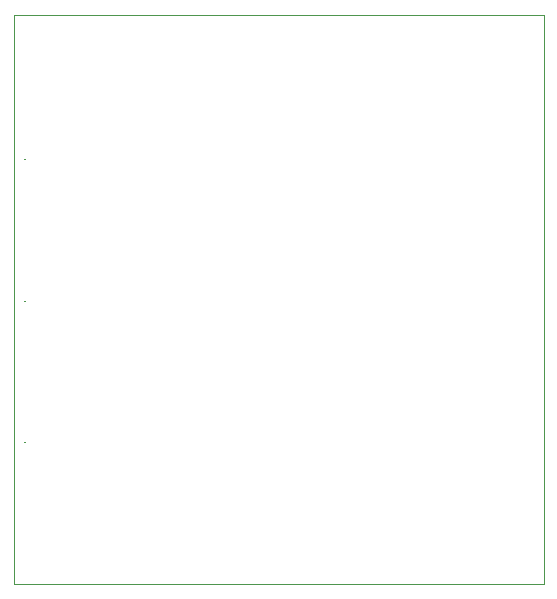
<source format=gm1>
G04 #@! TF.FileFunction,Profile,NP*
%FSLAX46Y46*%
G04 Gerber Fmt 4.6, Leading zero omitted, Abs format (unit mm)*
G04 Created by KiCad (PCBNEW 4.0.2-stable) date 11.06.2016 10:01:23*
%MOMM*%
G01*
G04 APERTURE LIST*
%ADD10C,0.200000*%
%ADD11C,0.100000*%
G04 APERTURE END LIST*
D10*
D11*
X103085000Y-65085000D02*
X102235000Y-65085000D01*
X103135000Y-113285000D02*
X102235000Y-113285000D01*
X143685000Y-65085000D02*
X143485000Y-65085000D01*
X147085000Y-65085000D02*
X143685000Y-65085000D01*
X147085000Y-113285000D02*
X147085000Y-65085000D01*
X103085000Y-65085000D02*
X143785000Y-65085000D01*
X102235000Y-113285000D02*
X102235000Y-65085000D01*
X103185000Y-113285000D02*
X103235000Y-113285000D01*
X103085000Y-113285000D02*
X147085000Y-113285000D01*
X103085000Y-101285000D02*
X103135000Y-101285000D01*
X103085000Y-89285000D02*
X103135000Y-89285000D01*
X103085000Y-77285000D02*
X103135000Y-77285000D01*
M02*

</source>
